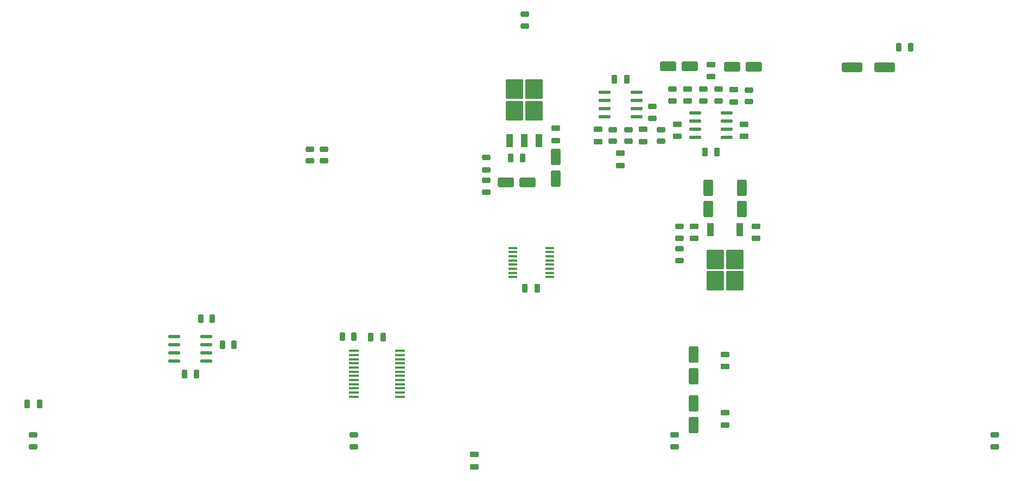
<source format=gbr>
%TF.GenerationSoftware,KiCad,Pcbnew,9.0.3*%
%TF.CreationDate,2025-08-19T09:40:56+02:00*%
%TF.ProjectId,RP2040_DSP,52503230-3430-45f4-9453-502e6b696361,V1.0*%
%TF.SameCoordinates,Original*%
%TF.FileFunction,Paste,Top*%
%TF.FilePolarity,Positive*%
%FSLAX46Y46*%
G04 Gerber Fmt 4.6, Leading zero omitted, Abs format (unit mm)*
G04 Created by KiCad (PCBNEW 9.0.3) date 2025-08-19 09:40:56*
%MOMM*%
%LPD*%
G01*
G04 APERTURE LIST*
G04 Aperture macros list*
%AMRoundRect*
0 Rectangle with rounded corners*
0 $1 Rounding radius*
0 $2 $3 $4 $5 $6 $7 $8 $9 X,Y pos of 4 corners*
0 Add a 4 corners polygon primitive as box body*
4,1,4,$2,$3,$4,$5,$6,$7,$8,$9,$2,$3,0*
0 Add four circle primitives for the rounded corners*
1,1,$1+$1,$2,$3*
1,1,$1+$1,$4,$5*
1,1,$1+$1,$6,$7*
1,1,$1+$1,$8,$9*
0 Add four rect primitives between the rounded corners*
20,1,$1+$1,$2,$3,$4,$5,0*
20,1,$1+$1,$4,$5,$6,$7,0*
20,1,$1+$1,$6,$7,$8,$9,0*
20,1,$1+$1,$8,$9,$2,$3,0*%
G04 Aperture macros list end*
%ADD10RoundRect,0.225609X-0.424391X0.236891X-0.424391X-0.236891X0.424391X-0.236891X0.424391X0.236891X0*%
%ADD11RoundRect,0.225609X0.424391X-0.236891X0.424391X0.236891X-0.424391X0.236891X-0.424391X-0.236891X0*%
%ADD12RoundRect,0.225000X0.450000X-0.225000X0.450000X0.225000X-0.450000X0.225000X-0.450000X-0.225000X0*%
%ADD13RoundRect,0.225609X-0.236891X-0.424391X0.236891X-0.424391X0.236891X0.424391X-0.236891X0.424391X0*%
%ADD14RoundRect,0.218750X0.431250X-0.218750X0.431250X0.218750X-0.431250X0.218750X-0.431250X-0.218750X0*%
%ADD15RoundRect,0.234375X-1.040625X-0.515625X1.040625X-0.515625X1.040625X0.515625X-1.040625X0.515625X0*%
%ADD16RoundRect,0.225000X0.225000X0.450000X-0.225000X0.450000X-0.225000X-0.450000X0.225000X-0.450000X0*%
%ADD17RoundRect,0.234375X1.040625X0.515625X-1.040625X0.515625X-1.040625X-0.515625X1.040625X-0.515625X0*%
%ADD18RoundRect,0.225000X-0.225000X-0.450000X0.225000X-0.450000X0.225000X0.450000X-0.225000X0.450000X0*%
%ADD19RoundRect,0.234375X0.515625X-1.040625X0.515625X1.040625X-0.515625X1.040625X-0.515625X-1.040625X0*%
%ADD20RoundRect,0.218750X-0.431250X0.218750X-0.431250X-0.218750X0.431250X-0.218750X0.431250X0.218750X0*%
%ADD21RoundRect,0.225000X-0.450000X0.225000X-0.450000X-0.225000X0.450000X-0.225000X0.450000X0.225000X0*%
%ADD22RoundRect,0.250000X1.125000X-1.275000X1.125000X1.275000X-1.125000X1.275000X-1.125000X-1.275000X0*%
%ADD23RoundRect,0.229166X0.320834X-0.820834X0.320834X0.820834X-0.320834X0.820834X-0.320834X-0.820834X0*%
%ADD24RoundRect,0.250000X-1.125000X1.275000X-1.125000X-1.275000X1.125000X-1.275000X1.125000X1.275000X0*%
%ADD25RoundRect,0.229166X-0.320834X0.820834X-0.320834X-0.820834X0.320834X-0.820834X0.320834X0.820834X0*%
%ADD26RoundRect,0.125000X0.800000X0.125000X-0.800000X0.125000X-0.800000X-0.125000X0.800000X-0.125000X0*%
%ADD27RoundRect,0.125000X-0.800000X-0.125000X0.800000X-0.125000X0.800000X0.125000X-0.800000X0.125000X0*%
%ADD28RoundRect,0.234375X-0.515625X1.040625X-0.515625X-1.040625X0.515625X-1.040625X0.515625X1.040625X0*%
%ADD29RoundRect,0.218750X-0.218750X-0.431250X0.218750X-0.431250X0.218750X0.431250X-0.218750X0.431250X0*%
%ADD30R,1.650000X0.350000*%
%ADD31RoundRect,0.075000X0.612500X0.075000X-0.612500X0.075000X-0.612500X-0.075000X0.612500X-0.075000X0*%
%ADD32RoundRect,0.234375X-1.378125X-0.515625X1.378125X-0.515625X1.378125X0.515625X-1.378125X0.515625X0*%
G04 APERTURE END LIST*
D10*
%TO.C,R7*%
X217903250Y-150887500D03*
X217903250Y-152712500D03*
%TD*%
%TO.C,Rb1*%
X174803250Y-96987500D03*
X174803250Y-98812500D03*
%TD*%
D11*
%TO.C,Rg1*%
X179503250Y-98912500D03*
X179503250Y-97087500D03*
%TD*%
%TO.C,Rb4*%
X160753250Y-105100000D03*
X160753250Y-103275000D03*
%TD*%
D12*
%TO.C,C28*%
X136703250Y-155850000D03*
X136703250Y-153950000D03*
%TD*%
D13*
%TO.C,R5*%
X97390750Y-136800000D03*
X99215750Y-136800000D03*
%TD*%
D11*
%TO.C,R1*%
X113250000Y-108162500D03*
X113250000Y-106337500D03*
%TD*%
D13*
%TO.C,Rp1*%
X116090750Y-135600000D03*
X117915750Y-135600000D03*
%TD*%
D11*
%TO.C,R2*%
X111050000Y-108162500D03*
X111050000Y-106337500D03*
%TD*%
D10*
%TO.C,R9*%
X117903250Y-150887500D03*
X117903250Y-152712500D03*
%TD*%
D12*
%TO.C,C21*%
X163003250Y-105137500D03*
X163003250Y-103237500D03*
%TD*%
D11*
%TO.C,R13*%
X144603250Y-87125000D03*
X144603250Y-85300000D03*
%TD*%
D12*
%TO.C,C25*%
X175803250Y-149350000D03*
X175803250Y-147450000D03*
%TD*%
D14*
%TO.C,D2*%
X168723250Y-123742500D03*
X168723250Y-121867500D03*
%TD*%
D15*
%TO.C,C15*%
X166928250Y-93400000D03*
X170278250Y-93400000D03*
%TD*%
D12*
%TO.C,C3*%
X149425000Y-104985000D03*
X149425000Y-103085000D03*
%TD*%
D16*
%TO.C,C9*%
X68853250Y-146050000D03*
X66953250Y-146050000D03*
%TD*%
D17*
%TO.C,C8*%
X145000000Y-111535000D03*
X141650000Y-111535000D03*
%TD*%
D18*
%TO.C,C18*%
X172653250Y-106800000D03*
X174553250Y-106800000D03*
%TD*%
D19*
%TO.C,C7*%
X173223250Y-115680000D03*
X173223250Y-112330000D03*
%TD*%
%TO.C,C26*%
X178423250Y-115680000D03*
X178423250Y-112330000D03*
%TD*%
D20*
%TO.C,D3*%
X138603250Y-107662500D03*
X138603250Y-109537500D03*
%TD*%
D21*
%TO.C,C12*%
X177203250Y-97050000D03*
X177203250Y-98950000D03*
%TD*%
%TO.C,C2*%
X180623250Y-118355000D03*
X180623250Y-120255000D03*
%TD*%
D22*
%TO.C,U13*%
X143000000Y-100350000D03*
X146050000Y-100350000D03*
X143000000Y-97000000D03*
X146050000Y-97000000D03*
D23*
X142245000Y-104975000D03*
X144525000Y-104975000D03*
X146805000Y-104975000D03*
%TD*%
D24*
%TO.C,U1*%
X177348250Y-123530000D03*
X174298250Y-123530000D03*
X177348250Y-126880000D03*
X174298250Y-126880000D03*
D25*
X178103250Y-118905000D03*
X173543250Y-118905000D03*
%TD*%
D26*
%TO.C,U5*%
X94853250Y-139340000D03*
X94853250Y-138070000D03*
X94853250Y-136800000D03*
X94853250Y-135530000D03*
X89903250Y-135530000D03*
X89903250Y-136800000D03*
X89903250Y-138070000D03*
X89903250Y-139340000D03*
%TD*%
D16*
%TO.C,C5*%
X144275000Y-107735000D03*
X142375000Y-107735000D03*
%TD*%
D13*
%TO.C,R6*%
X93990750Y-132800000D03*
X95815750Y-132800000D03*
%TD*%
D16*
%TO.C,C11*%
X122453250Y-135625000D03*
X120553250Y-135625000D03*
%TD*%
D10*
%TO.C,R10*%
X67903250Y-150887500D03*
X67903250Y-152712500D03*
%TD*%
D12*
%TO.C,C17*%
X168403250Y-104350000D03*
X168403250Y-102450000D03*
%TD*%
D27*
%TO.C,U10*%
X157028250Y-97495000D03*
X157028250Y-98765000D03*
X157028250Y-100035000D03*
X157028250Y-101305000D03*
X161978250Y-101305000D03*
X161978250Y-100035000D03*
X161978250Y-98765000D03*
X161978250Y-97495000D03*
%TD*%
D28*
%TO.C,C27*%
X149425000Y-107560000D03*
X149425000Y-110910000D03*
%TD*%
D19*
%TO.C,C23*%
X170903250Y-149325000D03*
X170903250Y-145975000D03*
%TD*%
D29*
%TO.C,D1*%
X202912500Y-90450000D03*
X204787500Y-90450000D03*
%TD*%
D11*
%TO.C,Rg2*%
X167603250Y-98812500D03*
X167603250Y-96987500D03*
%TD*%
D10*
%TO.C,R11*%
X164503250Y-99687500D03*
X164503250Y-101512500D03*
%TD*%
D12*
%TO.C,C30*%
X173603250Y-95050000D03*
X173603250Y-93150000D03*
%TD*%
D21*
%TO.C,C24*%
X175803250Y-138350000D03*
X175803250Y-140250000D03*
%TD*%
%TO.C,C13*%
X170003250Y-96950000D03*
X170003250Y-98850000D03*
%TD*%
D12*
%TO.C,C20*%
X156003250Y-105137500D03*
X156003250Y-103237500D03*
%TD*%
D30*
%TO.C,U6*%
X117903250Y-137800000D03*
X117903250Y-138450000D03*
X117903250Y-139100000D03*
X117903250Y-139750000D03*
X117903250Y-140400000D03*
X117903250Y-141050000D03*
X117903250Y-141700000D03*
X117903250Y-142350000D03*
X117903250Y-143000000D03*
X117903250Y-143650000D03*
X117903250Y-144300000D03*
X117903250Y-144950000D03*
X125103250Y-144950000D03*
X125103250Y-144300000D03*
X125103250Y-143650000D03*
X125103250Y-143000000D03*
X125103250Y-142350000D03*
X125103250Y-141700000D03*
X125103250Y-141050000D03*
X125103250Y-140400000D03*
X125103250Y-139750000D03*
X125103250Y-139100000D03*
X125103250Y-138450000D03*
X125103250Y-137800000D03*
%TD*%
D11*
%TO.C,R4*%
X138603250Y-113012500D03*
X138603250Y-111187500D03*
%TD*%
D31*
%TO.C,U3*%
X148465750Y-126275000D03*
X148465750Y-125625000D03*
X148465750Y-124975000D03*
X148465750Y-124325000D03*
X148465750Y-123675000D03*
X148465750Y-123025000D03*
X148465750Y-122375000D03*
X148465750Y-121725000D03*
X142740750Y-121725000D03*
X142740750Y-122375000D03*
X142740750Y-123025000D03*
X142740750Y-123675000D03*
X142740750Y-124325000D03*
X142740750Y-124975000D03*
X142740750Y-125625000D03*
X142740750Y-126275000D03*
%TD*%
D18*
%TO.C,C10*%
X91453250Y-141400000D03*
X93353250Y-141400000D03*
%TD*%
D16*
%TO.C,C19*%
X160453250Y-95462500D03*
X158553250Y-95462500D03*
%TD*%
D18*
%TO.C,C6*%
X144603250Y-128000000D03*
X146503250Y-128000000D03*
%TD*%
D10*
%TO.C,R12*%
X165803250Y-103287500D03*
X165803250Y-105112500D03*
%TD*%
D11*
%TO.C,Rb3*%
X158253250Y-105100000D03*
X158253250Y-103275000D03*
%TD*%
D32*
%TO.C,C1*%
X195615750Y-93550000D03*
X200690750Y-93550000D03*
%TD*%
D11*
%TO.C,Rb2*%
X172403250Y-98812500D03*
X172403250Y-96987500D03*
%TD*%
D28*
%TO.C,C22*%
X170903250Y-138375000D03*
X170903250Y-141725000D03*
%TD*%
D10*
%TO.C,R3*%
X168723250Y-118392500D03*
X168723250Y-120217500D03*
%TD*%
D26*
%TO.C,U9*%
X176078250Y-104505000D03*
X176078250Y-103235000D03*
X176078250Y-101965000D03*
X176078250Y-100695000D03*
X171128250Y-100695000D03*
X171128250Y-101965000D03*
X171128250Y-103235000D03*
X171128250Y-104505000D03*
%TD*%
D21*
%TO.C,C4*%
X171023250Y-118355000D03*
X171023250Y-120255000D03*
%TD*%
D12*
%TO.C,C16*%
X178803250Y-104350000D03*
X178803250Y-102450000D03*
%TD*%
D21*
%TO.C,C29*%
X159503250Y-106987500D03*
X159503250Y-108887500D03*
%TD*%
D17*
%TO.C,C14*%
X180278250Y-93500000D03*
X176928250Y-93500000D03*
%TD*%
D10*
%TO.C,R8*%
X167903250Y-150887500D03*
X167903250Y-152712500D03*
%TD*%
M02*

</source>
